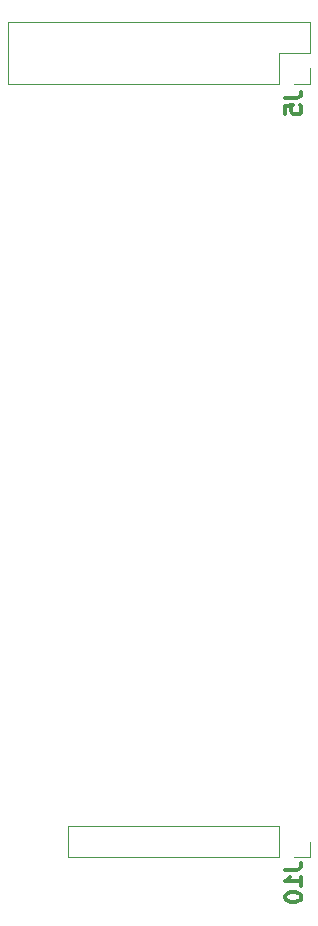
<source format=gbo>
%TF.GenerationSoftware,KiCad,Pcbnew,(6.0.1)*%
%TF.CreationDate,2022-10-19T17:02:20-04:00*%
%TF.ProjectId,ER-PROTO-CTLS-6-01,45522d50-524f-4544-9f2d-43544c532d36,1*%
%TF.SameCoordinates,Original*%
%TF.FileFunction,Legend,Bot*%
%TF.FilePolarity,Positive*%
%FSLAX46Y46*%
G04 Gerber Fmt 4.6, Leading zero omitted, Abs format (unit mm)*
G04 Created by KiCad (PCBNEW (6.0.1)) date 2022-10-19 17:02:20*
%MOMM*%
%LPD*%
G01*
G04 APERTURE LIST*
%ADD10C,0.349250*%
%ADD11C,0.120000*%
G04 APERTURE END LIST*
D10*
%TO.C,J5*%
X123234976Y-16034333D02*
X124232833Y-16034333D01*
X124432404Y-15967809D01*
X124565452Y-15834761D01*
X124631976Y-15635190D01*
X124631976Y-15502142D01*
X123234976Y-17364809D02*
X123234976Y-16699571D01*
X123900214Y-16633047D01*
X123833690Y-16699571D01*
X123767166Y-16832619D01*
X123767166Y-17165238D01*
X123833690Y-17298285D01*
X123900214Y-17364809D01*
X124033261Y-17431333D01*
X124365880Y-17431333D01*
X124498928Y-17364809D01*
X124565452Y-17298285D01*
X124631976Y-17165238D01*
X124631976Y-16832619D01*
X124565452Y-16699571D01*
X124498928Y-16633047D01*
%TO.C,J10*%
X123234976Y-81369095D02*
X124232833Y-81369095D01*
X124432404Y-81302571D01*
X124565452Y-81169523D01*
X124631976Y-80969952D01*
X124631976Y-80836904D01*
X124631976Y-82766095D02*
X124631976Y-81967809D01*
X124631976Y-82366952D02*
X123234976Y-82366952D01*
X123434547Y-82233904D01*
X123567595Y-82100857D01*
X123634119Y-81967809D01*
X123234976Y-83630904D02*
X123234976Y-83763952D01*
X123301500Y-83897000D01*
X123368023Y-83963523D01*
X123501071Y-84030047D01*
X123767166Y-84096571D01*
X124099785Y-84096571D01*
X124365880Y-84030047D01*
X124498928Y-83963523D01*
X124565452Y-83897000D01*
X124631976Y-83763952D01*
X124631976Y-83630904D01*
X124565452Y-83497857D01*
X124498928Y-83431333D01*
X124365880Y-83364809D01*
X124099785Y-83298285D01*
X123767166Y-83298285D01*
X123501071Y-83364809D01*
X123368023Y-83431333D01*
X123301500Y-83497857D01*
X123234976Y-83630904D01*
D11*
%TO.C,J5*%
X122730000Y-14830000D02*
X99810000Y-14830000D01*
X99810000Y-14830000D02*
X99810000Y-9630000D01*
X122730000Y-14830000D02*
X122730000Y-12230000D01*
X122730000Y-12230000D02*
X125330000Y-12230000D01*
X125330000Y-12230000D02*
X125330000Y-9630000D01*
X125330000Y-14830000D02*
X125330000Y-13500000D01*
X125330000Y-9630000D02*
X99810000Y-9630000D01*
X124000000Y-14830000D02*
X125330000Y-14830000D01*
%TO.C,J10*%
X122730000Y-80330000D02*
X122730000Y-77670000D01*
X122730000Y-80330000D02*
X104890000Y-80330000D01*
X122730000Y-77670000D02*
X104890000Y-77670000D01*
X104890000Y-80330000D02*
X104890000Y-77670000D01*
X125330000Y-80330000D02*
X125330000Y-79000000D01*
X124000000Y-80330000D02*
X125330000Y-80330000D01*
%TD*%
M02*

</source>
